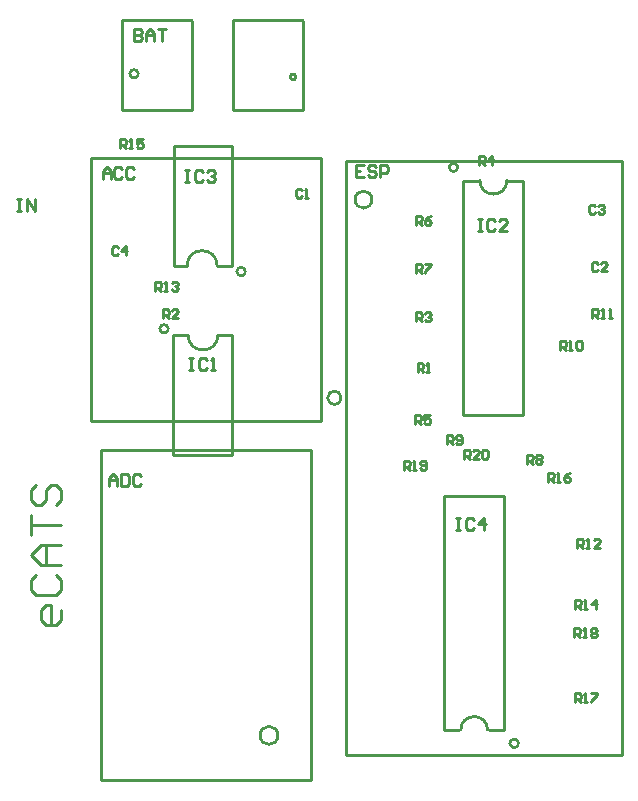
<source format=gto>
G04 Layer_Color=65535*
%FSAX25Y25*%
%MOIN*%
G70*
G01*
G75*
%ADD12C,0.01000*%
D12*
X0358800Y0128500D02*
G03*
X0358689Y0129049I0001303J0000549D01*
G01*
X0351272Y0133500D02*
G03*
X0342328Y0133500I-0004472J0000000D01*
G01*
X0341200Y0321600D02*
G03*
X0341311Y0321051I-0001303J-0000549D01*
G01*
X0348728Y0316600D02*
G03*
X0357672Y0316600I0004472J0000000D01*
G01*
X0281400Y0131700D02*
G03*
X0281400Y0131700I-0003000J0000000D01*
G01*
X0302436Y0244200D02*
G03*
X0302436Y0244200I-0002236J0000000D01*
G01*
X0234814Y0352200D02*
G03*
X0234814Y0352200I-0001414J0000000D01*
G01*
X0287400Y0351200D02*
G03*
X0287400Y0351200I-0001000J0000000D01*
G01*
X0261100Y0288300D02*
G03*
X0251100Y0288300I-0005000J0000000D01*
G01*
X0270514Y0286300D02*
G03*
X0270514Y0286300I-0001414J0000000D01*
G01*
X0244814Y0267200D02*
G03*
X0244814Y0267200I-0001414J0000000D01*
G01*
X0251400Y0265200D02*
G03*
X0261400Y0265200I0005000J0000000D01*
G01*
X0312728Y0310300D02*
G03*
X0312728Y0310300I-0002828J0000000D01*
G01*
X0351800Y0133500D02*
X0356800D01*
Y0211500D01*
X0336800D02*
X0356800D01*
X0336800Y0133500D02*
Y0211500D01*
Y0133500D02*
X0341800D01*
X0343200Y0316600D02*
X0348200D01*
X0343200Y0238600D02*
Y0316600D01*
Y0238600D02*
X0363200D01*
Y0316600D01*
X0358200D02*
X0363200D01*
X0222400Y0116700D02*
X0292400D01*
X0222400D02*
Y0226700D01*
X0292400D01*
Y0221700D02*
Y0226700D01*
Y0116700D02*
Y0221700D01*
X0295700Y0236450D02*
Y0324200D01*
X0219200D02*
X0295700D01*
X0219200Y0236450D02*
X0295700D01*
X0219200D02*
Y0324200D01*
X0252600Y0340200D02*
Y0370000D01*
X0252400Y0370200D02*
X0252600Y0370000D01*
X0229400Y0370200D02*
X0252400D01*
X0229400Y0340200D02*
X0252600D01*
X0229400D02*
Y0370200D01*
X0266400Y0340200D02*
Y0370200D01*
Y0340200D02*
X0289600D01*
X0266400Y0370200D02*
X0289400D01*
X0289600Y0370000D01*
Y0340200D02*
Y0370000D01*
X0246600Y0288300D02*
X0251100D01*
X0246600D02*
Y0328300D01*
X0266100D01*
Y0288300D02*
Y0328300D01*
X0261100Y0288300D02*
X0266100D01*
X0246400Y0225200D02*
X0265900D01*
X0246400D02*
Y0265200D01*
X0265900Y0225200D02*
Y0265200D01*
X0246400D02*
X0251400D01*
X0261400D02*
X0265900D01*
X0303900Y0125300D02*
Y0323300D01*
Y0125300D02*
X0395900D01*
X0303900Y0323300D02*
X0395900D01*
Y0125300D02*
Y0323300D01*
X0222900Y0317200D02*
Y0319866D01*
X0224233Y0321199D01*
X0225566Y0319866D01*
Y0317200D01*
Y0319199D01*
X0222900D01*
X0229564Y0320532D02*
X0228898Y0321199D01*
X0227565D01*
X0226899Y0320532D01*
Y0317866D01*
X0227565Y0317200D01*
X0228898D01*
X0229564Y0317866D01*
X0233563Y0320532D02*
X0232897Y0321199D01*
X0231564D01*
X0230897Y0320532D01*
Y0317866D01*
X0231564Y0317200D01*
X0232897D01*
X0233563Y0317866D01*
X0194300Y0310399D02*
X0195633D01*
X0194966D01*
Y0306400D01*
X0194300D01*
X0195633D01*
X0197632D02*
Y0310399D01*
X0200298Y0306400D01*
Y0310399D01*
X0225200Y0214900D02*
Y0217566D01*
X0226533Y0218899D01*
X0227866Y0217566D01*
Y0214900D01*
Y0216899D01*
X0225200D01*
X0229199Y0218899D02*
Y0214900D01*
X0231198D01*
X0231865Y0215566D01*
Y0218232D01*
X0231198Y0218899D01*
X0229199D01*
X0235863Y0218232D02*
X0235197Y0218899D01*
X0233864D01*
X0233197Y0218232D01*
Y0215566D01*
X0233864Y0214900D01*
X0235197D01*
X0235863Y0215566D01*
X0233300Y0367299D02*
Y0363300D01*
X0235299D01*
X0235966Y0363966D01*
Y0364633D01*
X0235299Y0365299D01*
X0233300D01*
X0235299D01*
X0235966Y0365966D01*
Y0366632D01*
X0235299Y0367299D01*
X0233300D01*
X0237299Y0363300D02*
Y0365966D01*
X0238632Y0367299D01*
X0239965Y0365966D01*
Y0363300D01*
Y0365299D01*
X0237299D01*
X0241297Y0367299D02*
X0243963D01*
X0242630D01*
Y0363300D01*
X0309966Y0321999D02*
X0307300D01*
Y0318000D01*
X0309966D01*
X0307300Y0319999D02*
X0308633D01*
X0313965Y0321332D02*
X0313298Y0321999D01*
X0311965D01*
X0311299Y0321332D01*
Y0320666D01*
X0311965Y0319999D01*
X0313298D01*
X0313965Y0319333D01*
Y0318666D01*
X0313298Y0318000D01*
X0311965D01*
X0311299Y0318666D01*
X0315297Y0318000D02*
Y0321999D01*
X0317297D01*
X0317963Y0321332D01*
Y0319999D01*
X0317297Y0319333D01*
X0315297D01*
X0289399Y0313399D02*
X0288899Y0313899D01*
X0287900D01*
X0287400Y0313399D01*
Y0311400D01*
X0287900Y0310900D01*
X0288899D01*
X0289399Y0311400D01*
X0290399Y0310900D02*
X0291399D01*
X0290899D01*
Y0313899D01*
X0290399Y0313399D01*
X0387999Y0288899D02*
X0387499Y0289399D01*
X0386500D01*
X0386000Y0288899D01*
Y0286900D01*
X0386500Y0286400D01*
X0387499D01*
X0387999Y0286900D01*
X0390998Y0286400D02*
X0388999D01*
X0390998Y0288399D01*
Y0288899D01*
X0390498Y0289399D01*
X0389499D01*
X0388999Y0288899D01*
X0387099Y0308099D02*
X0386599Y0308599D01*
X0385600D01*
X0385100Y0308099D01*
Y0306100D01*
X0385600Y0305600D01*
X0386599D01*
X0387099Y0306100D01*
X0388099Y0308099D02*
X0388599Y0308599D01*
X0389598D01*
X0390098Y0308099D01*
Y0307599D01*
X0389598Y0307100D01*
X0389099D01*
X0389598D01*
X0390098Y0306600D01*
Y0306100D01*
X0389598Y0305600D01*
X0388599D01*
X0388099Y0306100D01*
X0228099Y0294299D02*
X0227600Y0294799D01*
X0226600D01*
X0226100Y0294299D01*
Y0292300D01*
X0226600Y0291800D01*
X0227600D01*
X0228099Y0292300D01*
X0230598Y0291800D02*
Y0294799D01*
X0229099Y0293300D01*
X0231098D01*
X0251600Y0257599D02*
X0252933D01*
X0252266D01*
Y0253600D01*
X0251600D01*
X0252933D01*
X0257598Y0256932D02*
X0256932Y0257599D01*
X0255599D01*
X0254932Y0256932D01*
Y0254266D01*
X0255599Y0253600D01*
X0256932D01*
X0257598Y0254266D01*
X0258931Y0253600D02*
X0260264D01*
X0259597D01*
Y0257599D01*
X0258931Y0256932D01*
X0347900Y0303999D02*
X0349233D01*
X0348566D01*
Y0300000D01*
X0347900D01*
X0349233D01*
X0353898Y0303332D02*
X0353232Y0303999D01*
X0351899D01*
X0351232Y0303332D01*
Y0300666D01*
X0351899Y0300000D01*
X0353232D01*
X0353898Y0300666D01*
X0357897Y0300000D02*
X0355231D01*
X0357897Y0302666D01*
Y0303332D01*
X0357230Y0303999D01*
X0355897D01*
X0355231Y0303332D01*
X0250300Y0320299D02*
X0251633D01*
X0250966D01*
Y0316300D01*
X0250300D01*
X0251633D01*
X0256298Y0319632D02*
X0255632Y0320299D01*
X0254299D01*
X0253632Y0319632D01*
Y0316966D01*
X0254299Y0316300D01*
X0255632D01*
X0256298Y0316966D01*
X0257631Y0319632D02*
X0258297Y0320299D01*
X0259630D01*
X0260297Y0319632D01*
Y0318966D01*
X0259630Y0318299D01*
X0258964D01*
X0259630D01*
X0260297Y0317633D01*
Y0316966D01*
X0259630Y0316300D01*
X0258297D01*
X0257631Y0316966D01*
X0340800Y0204099D02*
X0342133D01*
X0341466D01*
Y0200100D01*
X0340800D01*
X0342133D01*
X0346798Y0203432D02*
X0346132Y0204099D01*
X0344799D01*
X0344132Y0203432D01*
Y0200766D01*
X0344799Y0200100D01*
X0346132D01*
X0346798Y0200766D01*
X0350130Y0200100D02*
Y0204099D01*
X0348131Y0202099D01*
X0350797D01*
X0327900Y0252700D02*
Y0255699D01*
X0329399D01*
X0329899Y0255199D01*
Y0254200D01*
X0329399Y0253700D01*
X0327900D01*
X0328900D02*
X0329899Y0252700D01*
X0330899D02*
X0331899D01*
X0331399D01*
Y0255699D01*
X0330899Y0255199D01*
X0243000Y0270700D02*
Y0273699D01*
X0244499D01*
X0244999Y0273199D01*
Y0272200D01*
X0244499Y0271700D01*
X0243000D01*
X0244000D02*
X0244999Y0270700D01*
X0247998D02*
X0245999D01*
X0247998Y0272699D01*
Y0273199D01*
X0247498Y0273699D01*
X0246499D01*
X0245999Y0273199D01*
X0327300Y0269800D02*
Y0272799D01*
X0328800D01*
X0329299Y0272299D01*
Y0271300D01*
X0328800Y0270800D01*
X0327300D01*
X0328300D02*
X0329299Y0269800D01*
X0330299Y0272299D02*
X0330799Y0272799D01*
X0331799D01*
X0332298Y0272299D01*
Y0271799D01*
X0331799Y0271300D01*
X0331299D01*
X0331799D01*
X0332298Y0270800D01*
Y0270300D01*
X0331799Y0269800D01*
X0330799D01*
X0330299Y0270300D01*
X0348300Y0321900D02*
Y0324899D01*
X0349799D01*
X0350299Y0324399D01*
Y0323399D01*
X0349799Y0322900D01*
X0348300D01*
X0349300D02*
X0350299Y0321900D01*
X0352799D02*
Y0324899D01*
X0351299Y0323399D01*
X0353298D01*
X0327200Y0235400D02*
Y0238399D01*
X0328699D01*
X0329199Y0237899D01*
Y0236899D01*
X0328699Y0236400D01*
X0327200D01*
X0328200D02*
X0329199Y0235400D01*
X0332198Y0238399D02*
X0330199D01*
Y0236899D01*
X0331199Y0237399D01*
X0331698D01*
X0332198Y0236899D01*
Y0235900D01*
X0331698Y0235400D01*
X0330699D01*
X0330199Y0235900D01*
X0327300Y0301900D02*
Y0304899D01*
X0328800D01*
X0329299Y0304399D01*
Y0303399D01*
X0328800Y0302900D01*
X0327300D01*
X0328300D02*
X0329299Y0301900D01*
X0332298Y0304899D02*
X0331299Y0304399D01*
X0330299Y0303399D01*
Y0302400D01*
X0330799Y0301900D01*
X0331799D01*
X0332298Y0302400D01*
Y0302900D01*
X0331799Y0303399D01*
X0330299D01*
X0327300Y0285900D02*
Y0288899D01*
X0328800D01*
X0329299Y0288399D01*
Y0287400D01*
X0328800Y0286900D01*
X0327300D01*
X0328300D02*
X0329299Y0285900D01*
X0330299Y0288899D02*
X0332298D01*
Y0288399D01*
X0330299Y0286400D01*
Y0285900D01*
X0364400Y0222200D02*
Y0225199D01*
X0365899D01*
X0366399Y0224699D01*
Y0223699D01*
X0365899Y0223200D01*
X0364400D01*
X0365400D02*
X0366399Y0222200D01*
X0367399Y0224699D02*
X0367899Y0225199D01*
X0368899D01*
X0369398Y0224699D01*
Y0224199D01*
X0368899Y0223699D01*
X0369398Y0223200D01*
Y0222700D01*
X0368899Y0222200D01*
X0367899D01*
X0367399Y0222700D01*
Y0223200D01*
X0367899Y0223699D01*
X0367399Y0224199D01*
Y0224699D01*
X0367899Y0223699D02*
X0368899D01*
X0337700Y0228700D02*
Y0231699D01*
X0339199D01*
X0339699Y0231199D01*
Y0230200D01*
X0339199Y0229700D01*
X0337700D01*
X0338700D02*
X0339699Y0228700D01*
X0340699Y0229200D02*
X0341199Y0228700D01*
X0342198D01*
X0342698Y0229200D01*
Y0231199D01*
X0342198Y0231699D01*
X0341199D01*
X0340699Y0231199D01*
Y0230699D01*
X0341199Y0230200D01*
X0342698D01*
X0375400Y0260300D02*
Y0263299D01*
X0376900D01*
X0377399Y0262799D01*
Y0261800D01*
X0376900Y0261300D01*
X0375400D01*
X0376400D02*
X0377399Y0260300D01*
X0378399D02*
X0379399D01*
X0378899D01*
Y0263299D01*
X0378399Y0262799D01*
X0380898D02*
X0381398Y0263299D01*
X0382398D01*
X0382898Y0262799D01*
Y0260800D01*
X0382398Y0260300D01*
X0381398D01*
X0380898Y0260800D01*
Y0262799D01*
X0386100Y0271000D02*
Y0273999D01*
X0387599D01*
X0388099Y0273499D01*
Y0272499D01*
X0387599Y0272000D01*
X0386100D01*
X0387100D02*
X0388099Y0271000D01*
X0389099D02*
X0390099D01*
X0389599D01*
Y0273999D01*
X0389099Y0273499D01*
X0391598Y0271000D02*
X0392598D01*
X0392098D01*
Y0273999D01*
X0391598Y0273499D01*
X0381200Y0194200D02*
Y0197199D01*
X0382699D01*
X0383199Y0196699D01*
Y0195700D01*
X0382699Y0195200D01*
X0381200D01*
X0382200D02*
X0383199Y0194200D01*
X0384199D02*
X0385199D01*
X0384699D01*
Y0197199D01*
X0384199Y0196699D01*
X0388698Y0194200D02*
X0386698D01*
X0388698Y0196199D01*
Y0196699D01*
X0388198Y0197199D01*
X0387198D01*
X0386698Y0196699D01*
X0240500Y0279900D02*
Y0282899D01*
X0242000D01*
X0242499Y0282399D01*
Y0281399D01*
X0242000Y0280900D01*
X0240500D01*
X0241500D02*
X0242499Y0279900D01*
X0243499D02*
X0244499D01*
X0243999D01*
Y0282899D01*
X0243499Y0282399D01*
X0245998D02*
X0246498Y0282899D01*
X0247498D01*
X0247998Y0282399D01*
Y0281899D01*
X0247498Y0281399D01*
X0246998D01*
X0247498D01*
X0247998Y0280900D01*
Y0280400D01*
X0247498Y0279900D01*
X0246498D01*
X0245998Y0280400D01*
X0380400Y0173900D02*
Y0176899D01*
X0381899D01*
X0382399Y0176399D01*
Y0175399D01*
X0381899Y0174900D01*
X0380400D01*
X0381400D02*
X0382399Y0173900D01*
X0383399D02*
X0384399D01*
X0383899D01*
Y0176899D01*
X0383399Y0176399D01*
X0387398Y0173900D02*
Y0176899D01*
X0385898Y0175399D01*
X0387898D01*
X0228800Y0327500D02*
Y0330499D01*
X0230299D01*
X0230799Y0329999D01*
Y0328999D01*
X0230299Y0328500D01*
X0228800D01*
X0229800D02*
X0230799Y0327500D01*
X0231799D02*
X0232799D01*
X0232299D01*
Y0330499D01*
X0231799Y0329999D01*
X0236298Y0330499D02*
X0234298D01*
Y0328999D01*
X0235298Y0329499D01*
X0235798D01*
X0236298Y0328999D01*
Y0328000D01*
X0235798Y0327500D01*
X0234798D01*
X0234298Y0328000D01*
X0371300Y0216200D02*
Y0219199D01*
X0372799D01*
X0373299Y0218699D01*
Y0217700D01*
X0372799Y0217200D01*
X0371300D01*
X0372300D02*
X0373299Y0216200D01*
X0374299D02*
X0375299D01*
X0374799D01*
Y0219199D01*
X0374299Y0218699D01*
X0378798Y0219199D02*
X0377798Y0218699D01*
X0376798Y0217700D01*
Y0216700D01*
X0377298Y0216200D01*
X0378298D01*
X0378798Y0216700D01*
Y0217200D01*
X0378298Y0217700D01*
X0376798D01*
X0380400Y0142800D02*
Y0145799D01*
X0381899D01*
X0382399Y0145299D01*
Y0144299D01*
X0381899Y0143800D01*
X0380400D01*
X0381400D02*
X0382399Y0142800D01*
X0383399D02*
X0384399D01*
X0383899D01*
Y0145799D01*
X0383399Y0145299D01*
X0385898Y0145799D02*
X0387898D01*
Y0145299D01*
X0385898Y0143300D01*
Y0142800D01*
X0380200Y0164400D02*
Y0167399D01*
X0381699D01*
X0382199Y0166899D01*
Y0165900D01*
X0381699Y0165400D01*
X0380200D01*
X0381200D02*
X0382199Y0164400D01*
X0383199D02*
X0384199D01*
X0383699D01*
Y0167399D01*
X0383199Y0166899D01*
X0385698D02*
X0386198Y0167399D01*
X0387198D01*
X0387698Y0166899D01*
Y0166399D01*
X0387198Y0165900D01*
X0387698Y0165400D01*
Y0164900D01*
X0387198Y0164400D01*
X0386198D01*
X0385698Y0164900D01*
Y0165400D01*
X0386198Y0165900D01*
X0385698Y0166399D01*
Y0166899D01*
X0386198Y0165900D02*
X0387198D01*
X0323300Y0220200D02*
Y0223199D01*
X0324799D01*
X0325299Y0222699D01*
Y0221700D01*
X0324799Y0221200D01*
X0323300D01*
X0324300D02*
X0325299Y0220200D01*
X0326299D02*
X0327299D01*
X0326799D01*
Y0223199D01*
X0326299Y0222699D01*
X0328798Y0220700D02*
X0329298Y0220200D01*
X0330298D01*
X0330798Y0220700D01*
Y0222699D01*
X0330298Y0223199D01*
X0329298D01*
X0328798Y0222699D01*
Y0222199D01*
X0329298Y0221700D01*
X0330798D01*
X0343400Y0223900D02*
Y0226899D01*
X0344900D01*
X0345399Y0226399D01*
Y0225399D01*
X0344900Y0224900D01*
X0343400D01*
X0344400D02*
X0345399Y0223900D01*
X0348398D02*
X0346399D01*
X0348398Y0225899D01*
Y0226399D01*
X0347899Y0226899D01*
X0346899D01*
X0346399Y0226399D01*
X0349398D02*
X0349898Y0226899D01*
X0350898D01*
X0351397Y0226399D01*
Y0224400D01*
X0350898Y0223900D01*
X0349898D01*
X0349398Y0224400D01*
Y0226399D01*
X0209000Y0173598D02*
Y0170266D01*
X0207334Y0168600D01*
X0204002D01*
X0202336Y0170266D01*
Y0173598D01*
X0204002Y0175265D01*
X0205668D01*
Y0168600D01*
X0200669Y0185261D02*
X0199003Y0183595D01*
Y0180263D01*
X0200669Y0178597D01*
X0207334D01*
X0209000Y0180263D01*
Y0183595D01*
X0207334Y0185261D01*
X0209000Y0188593D02*
X0202336D01*
X0199003Y0191926D01*
X0202336Y0195258D01*
X0209000D01*
X0204002D01*
Y0188593D01*
X0199003Y0198590D02*
Y0205255D01*
Y0201923D01*
X0209000D01*
X0200669Y0215252D02*
X0199003Y0213585D01*
Y0210253D01*
X0200669Y0208587D01*
X0202336D01*
X0204002Y0210253D01*
Y0213585D01*
X0205668Y0215252D01*
X0207334D01*
X0209000Y0213585D01*
Y0210253D01*
X0207334Y0208587D01*
M02*

</source>
